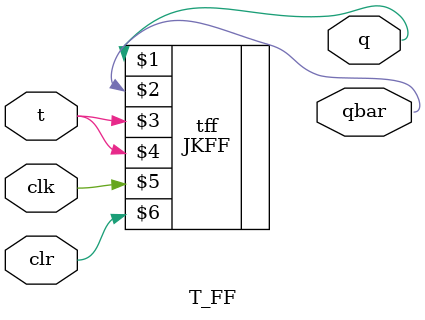
<source format=v>

module T_FF(t,clk,clr,q,qbar);
input t,clk,clr;
output q,qbar;
JKFF tff(q,qbar,t,t,clk,clr);
endmodule

</source>
